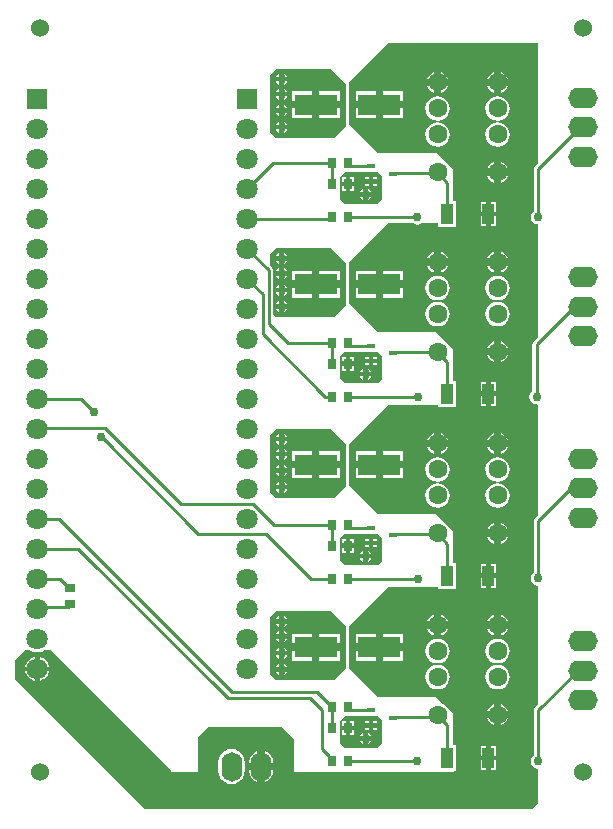
<source format=gtl>
G04*
G04 #@! TF.GenerationSoftware,Altium Limited,Altium Designer,20.2.6 (244)*
G04*
G04 Layer_Physical_Order=1*
G04 Layer_Color=255*
%FSLAX25Y25*%
%MOIN*%
G70*
G04*
G04 #@! TF.SameCoordinates,9E550E5B-D3D8-464A-AF3F-8E1B55BAFF32*
G04*
G04*
G04 #@! TF.FilePolarity,Positive*
G04*
G01*
G75*
%ADD13C,0.01000*%
%ADD16R,0.03150X0.01772*%
%ADD17R,0.02756X0.03543*%
%ADD18R,0.03937X0.06890*%
%ADD19R,0.13976X0.07087*%
%ADD20R,0.03543X0.02756*%
%ADD33C,0.00900*%
%ADD34C,0.06000*%
%ADD35C,0.07087*%
%ADD36R,0.07087X0.07087*%
%ADD37C,0.06299*%
%ADD38O,0.09843X0.06890*%
%ADD39O,0.06890X0.09843*%
%ADD40C,0.03000*%
G36*
X110941Y248342D02*
X115941Y243342D01*
X115941Y229343D01*
X111941Y225342D01*
X92441D01*
X90441Y227343D01*
Y246342D01*
X92441Y248342D01*
X110941Y248342D01*
D02*
G37*
G36*
X127941Y212343D02*
Y204842D01*
X126441Y203343D01*
X115441D01*
X113941Y204842D01*
Y212343D01*
X115441Y213843D01*
X126441D01*
X127941Y212343D01*
D02*
G37*
G36*
X179941Y256842D02*
X179941Y217019D01*
X178932Y216009D01*
X178622Y215546D01*
X178514Y215000D01*
X178514Y215000D01*
Y200933D01*
X178211Y200730D01*
X177680Y199936D01*
X177494Y199000D01*
X177680Y198064D01*
X178211Y197270D01*
X178614Y197000D01*
X179005Y196739D01*
X179941Y196553D01*
X179941D01*
Y195343D01*
X179941Y195343D01*
X179941Y159019D01*
X178432Y157509D01*
X178122Y157046D01*
X178014Y156500D01*
X178014Y156500D01*
Y140933D01*
X177711Y140730D01*
X177180Y139936D01*
X176994Y139000D01*
X177180Y138064D01*
X177711Y137270D01*
X178505Y136739D01*
X179441Y136553D01*
X179554Y136575D01*
X179838Y136343D01*
X179941D01*
Y136258D01*
X179941Y136258D01*
Y135500D01*
X179941Y135500D01*
X179941Y99519D01*
X178932Y98509D01*
X178622Y98046D01*
X178514Y97500D01*
X178514Y97500D01*
Y80433D01*
X178211Y80230D01*
X177680Y79436D01*
X177494Y78500D01*
X177680Y77564D01*
X178211Y76770D01*
X179005Y76239D01*
X179941Y76053D01*
Y74843D01*
X179941Y74843D01*
X179941Y36519D01*
X178932Y35509D01*
X178622Y35046D01*
X178514Y34500D01*
X178514Y34500D01*
Y19433D01*
X178211Y19230D01*
X177680Y18436D01*
X177494Y17500D01*
X177680Y16564D01*
X178211Y15770D01*
X179005Y15239D01*
X179941Y15053D01*
Y14000D01*
Y3500D01*
X177941Y1500D01*
X48941D01*
X48441Y2000D01*
X5441Y45000D01*
Y51000D01*
X8941Y54500D01*
X10643D01*
X10755Y54414D01*
X11836Y53966D01*
X12996Y53814D01*
X14156Y53966D01*
X15237Y54414D01*
X15349Y54500D01*
X17441D01*
X57941Y14000D01*
X66441D01*
Y25500D01*
X69941Y29000D01*
X94441D01*
X98441Y25000D01*
Y14000D01*
X151929D01*
X151993Y14155D01*
X152420D01*
Y22845D01*
X151441D01*
Y33500D01*
X150034Y34906D01*
X149978Y35042D01*
X149329Y35888D01*
X148483Y36537D01*
X148347Y36594D01*
X145941Y39000D01*
X126441D01*
X116941Y48500D01*
Y62500D01*
X129941Y75500D01*
X146683D01*
Y74998D01*
X152420D01*
Y83687D01*
X151441D01*
Y94342D01*
X145941Y99843D01*
X126441D01*
X116941Y109343D01*
Y123343D01*
X129941Y136343D01*
X146683D01*
Y135655D01*
X152420D01*
Y144345D01*
X151441D01*
Y155000D01*
X145941Y160500D01*
X126441D01*
X116941Y170000D01*
Y184000D01*
X129941Y197000D01*
X138164D01*
X138790Y196582D01*
X139726Y196396D01*
X140662Y196582D01*
X141288Y197000D01*
X146683D01*
Y195498D01*
X152420D01*
Y204187D01*
X151441D01*
Y214843D01*
X145941Y220342D01*
X126441D01*
X116941Y229842D01*
Y243843D01*
X129941Y256842D01*
X179941Y256842D01*
D02*
G37*
G36*
X110941Y188500D02*
X115941Y183500D01*
X115941Y169500D01*
X111941Y165500D01*
X92441D01*
X91515Y166426D01*
Y181204D01*
X91515Y181204D01*
X91406Y181750D01*
X91097Y182213D01*
X91097Y182213D01*
X90441Y182869D01*
Y186500D01*
X92441Y188500D01*
X110941Y188500D01*
D02*
G37*
G36*
X127941Y152500D02*
Y145000D01*
X126441Y143500D01*
X115441D01*
X113941Y145000D01*
Y152500D01*
X115441Y154000D01*
X126441D01*
X127941Y152500D01*
D02*
G37*
G36*
X110941Y128342D02*
X115941Y123343D01*
X115941Y109343D01*
X111941Y105342D01*
X92441D01*
X90441Y107343D01*
Y126342D01*
X92441Y128342D01*
X110941Y128342D01*
D02*
G37*
G36*
X127941Y91843D02*
Y84342D01*
X126441Y82842D01*
X115441D01*
X113941Y84342D01*
Y91843D01*
X115441Y93343D01*
X126441D01*
X127941Y91843D01*
D02*
G37*
G36*
X110941Y67500D02*
X115941Y62500D01*
X115941Y48500D01*
X111941Y44500D01*
X92441D01*
X90441Y46500D01*
Y65500D01*
X92441Y67500D01*
X110941Y67500D01*
D02*
G37*
G36*
X127941Y31000D02*
Y23500D01*
X126441Y22000D01*
X115441D01*
X113941Y23500D01*
Y31000D01*
X115441Y32500D01*
X126441D01*
X127941Y31000D01*
D02*
G37*
%LPC*%
G36*
X95191Y246732D02*
Y245592D01*
X96331D01*
X96325Y245623D01*
X95883Y246284D01*
X95221Y246726D01*
X95191Y246732D01*
D02*
G37*
G36*
X93691D02*
X93661Y246726D01*
X92999Y246284D01*
X92557Y245623D01*
X92551Y245592D01*
X93691D01*
Y246732D01*
D02*
G37*
G36*
X96331Y244092D02*
X95191D01*
Y242952D01*
X95221Y242959D01*
X95883Y243401D01*
X96325Y244062D01*
X96331Y244092D01*
D02*
G37*
G36*
X93691D02*
X92551D01*
X92557Y244062D01*
X92999Y243401D01*
X93661Y242959D01*
X93691Y242952D01*
Y244092D01*
D02*
G37*
G36*
X95191Y241733D02*
Y240593D01*
X96331D01*
X96325Y240623D01*
X95883Y241284D01*
X95221Y241726D01*
X95191Y241733D01*
D02*
G37*
G36*
X93691D02*
X93661Y241726D01*
X92999Y241284D01*
X92557Y240623D01*
X92551Y240593D01*
X93691D01*
Y241733D01*
D02*
G37*
G36*
X96331Y239092D02*
X95191D01*
Y237952D01*
X95221Y237959D01*
X95883Y238401D01*
X96325Y239062D01*
X96331Y239092D01*
D02*
G37*
G36*
X93691D02*
X92551D01*
X92557Y239062D01*
X92999Y238401D01*
X93661Y237959D01*
X93691Y237952D01*
Y239092D01*
D02*
G37*
G36*
X113799Y240886D02*
X107061D01*
Y237593D01*
X113799D01*
Y240886D01*
D02*
G37*
G36*
X104561D02*
X97823D01*
Y237593D01*
X104561D01*
Y240886D01*
D02*
G37*
G36*
X95191Y236232D02*
Y235092D01*
X96331D01*
X96325Y235123D01*
X95883Y235784D01*
X95221Y236227D01*
X95191Y236232D01*
D02*
G37*
G36*
X93691D02*
X93661Y236227D01*
X92999Y235784D01*
X92557Y235123D01*
X92551Y235092D01*
X93691D01*
Y236232D01*
D02*
G37*
G36*
X96331Y233593D02*
X95191D01*
Y232453D01*
X95221Y232459D01*
X95883Y232901D01*
X96325Y233562D01*
X96331Y233593D01*
D02*
G37*
G36*
X93691D02*
X92551D01*
X92557Y233562D01*
X92999Y232901D01*
X93661Y232459D01*
X93691Y232453D01*
Y233593D01*
D02*
G37*
G36*
X113799Y235092D02*
X107061D01*
Y231799D01*
X113799D01*
Y235092D01*
D02*
G37*
G36*
X104561D02*
X97823D01*
Y231799D01*
X104561D01*
Y235092D01*
D02*
G37*
G36*
X95191Y230732D02*
Y229592D01*
X96331D01*
X96325Y229623D01*
X95883Y230284D01*
X95221Y230727D01*
X95191Y230732D01*
D02*
G37*
G36*
X93691D02*
X93661Y230727D01*
X92999Y230284D01*
X92557Y229623D01*
X92551Y229592D01*
X93691D01*
Y230732D01*
D02*
G37*
G36*
X96331Y228093D02*
X95191D01*
Y226953D01*
X95221Y226959D01*
X95883Y227401D01*
X96325Y228062D01*
X96331Y228093D01*
D02*
G37*
G36*
X93691D02*
X92551D01*
X92557Y228062D01*
X92999Y227401D01*
X93661Y226959D01*
X93691Y226953D01*
Y228093D01*
D02*
G37*
G36*
X126276Y212169D02*
X124951D01*
Y211533D01*
X126276D01*
Y212169D01*
D02*
G37*
G36*
X123451D02*
X122126D01*
Y211533D01*
X123451D01*
Y212169D01*
D02*
G37*
G36*
X118476Y212114D02*
X117348D01*
Y210593D01*
X118476D01*
Y212114D01*
D02*
G37*
G36*
X115848D02*
X114720D01*
Y210593D01*
X115848D01*
Y212114D01*
D02*
G37*
G36*
X126276Y210033D02*
X124951D01*
Y209398D01*
X126276D01*
Y210033D01*
D02*
G37*
G36*
X123451D02*
X122126D01*
Y209398D01*
X123451D01*
Y210033D01*
D02*
G37*
G36*
X118476Y209092D02*
X117348D01*
Y207571D01*
X118476D01*
Y209092D01*
D02*
G37*
G36*
X115848D02*
X114720D01*
Y207571D01*
X115848D01*
Y209092D01*
D02*
G37*
G36*
X123191Y208232D02*
Y207092D01*
X124331D01*
X124325Y207123D01*
X123883Y207784D01*
X123221Y208226D01*
X123191Y208232D01*
D02*
G37*
G36*
X121691D02*
X121661Y208226D01*
X120999Y207784D01*
X120557Y207123D01*
X120551Y207092D01*
X121691D01*
Y208232D01*
D02*
G37*
G36*
X124331Y205592D02*
X123191D01*
Y204452D01*
X123221Y204459D01*
X123883Y204901D01*
X124325Y205562D01*
X124331Y205592D01*
D02*
G37*
G36*
X121691D02*
X120551D01*
X120557Y205562D01*
X120999Y204901D01*
X121661Y204459D01*
X121691Y204452D01*
Y205592D01*
D02*
G37*
G36*
X167691Y247196D02*
Y245014D01*
X169873D01*
X169629Y245604D01*
X169044Y246367D01*
X168281Y246952D01*
X167691Y247196D01*
D02*
G37*
G36*
X147691D02*
Y245014D01*
X149873D01*
X149629Y245604D01*
X149044Y246367D01*
X148282Y246952D01*
X147691Y247196D01*
D02*
G37*
G36*
X165191Y247196D02*
X164600Y246952D01*
X163838Y246367D01*
X163253Y245604D01*
X163008Y245014D01*
X165191D01*
Y247196D01*
D02*
G37*
G36*
X145191D02*
X144600Y246952D01*
X143838Y246367D01*
X143253Y245604D01*
X143008Y245014D01*
X145191D01*
Y247196D01*
D02*
G37*
G36*
X165191Y242514D02*
X163008D01*
X163253Y241923D01*
X163838Y241161D01*
X164600Y240576D01*
X165191Y240331D01*
Y242514D01*
D02*
G37*
G36*
X145191D02*
X143008D01*
X143253Y241923D01*
X143838Y241161D01*
X144600Y240576D01*
X145191Y240331D01*
Y242514D01*
D02*
G37*
G36*
X169873D02*
X167691D01*
Y240331D01*
X168281Y240576D01*
X169044Y241161D01*
X169629Y241923D01*
X169873Y242514D01*
D02*
G37*
G36*
X149873D02*
X147691D01*
Y240331D01*
X148282Y240576D01*
X149044Y241161D01*
X149629Y241923D01*
X149873Y242514D01*
D02*
G37*
G36*
X135059Y240886D02*
X128321D01*
Y237593D01*
X135059D01*
Y240886D01*
D02*
G37*
G36*
X125821D02*
X119083D01*
Y237593D01*
X125821D01*
Y240886D01*
D02*
G37*
G36*
X135059Y235092D02*
X128321D01*
Y231799D01*
X135059D01*
Y235092D01*
D02*
G37*
G36*
X125821D02*
X119083D01*
Y231799D01*
X125821D01*
Y235092D01*
D02*
G37*
G36*
X166441Y239187D02*
X165384Y239048D01*
X164399Y238640D01*
X163553Y237991D01*
X162904Y237145D01*
X162496Y236159D01*
X162356Y235102D01*
X162496Y234045D01*
X162904Y233060D01*
X163553Y232214D01*
X164399Y231565D01*
X165384Y231157D01*
X166441Y231018D01*
X167498Y231157D01*
X168483Y231565D01*
X169329Y232214D01*
X169978Y233060D01*
X170386Y234045D01*
X170526Y235102D01*
X170386Y236159D01*
X169978Y237145D01*
X169329Y237991D01*
X168483Y238640D01*
X167498Y239048D01*
X166441Y239187D01*
D02*
G37*
G36*
X146441D02*
X145384Y239048D01*
X144399Y238640D01*
X143553Y237991D01*
X142904Y237145D01*
X142496Y236159D01*
X142356Y235102D01*
X142496Y234045D01*
X142904Y233060D01*
X143553Y232214D01*
X144399Y231565D01*
X145384Y231157D01*
X146441Y231018D01*
X147498Y231157D01*
X148483Y231565D01*
X149329Y232214D01*
X149978Y233060D01*
X150386Y234045D01*
X150525Y235102D01*
X150386Y236159D01*
X149978Y237145D01*
X149329Y237991D01*
X148483Y238640D01*
X147498Y239048D01*
X146441Y239187D01*
D02*
G37*
G36*
X166441Y230525D02*
X165384Y230386D01*
X164399Y229978D01*
X163553Y229329D01*
X162904Y228483D01*
X162496Y227498D01*
X162356Y226441D01*
X162496Y225384D01*
X162904Y224399D01*
X163553Y223553D01*
X164399Y222904D01*
X165384Y222496D01*
X166441Y222356D01*
X167498Y222496D01*
X168483Y222904D01*
X169329Y223553D01*
X169978Y224399D01*
X170386Y225384D01*
X170526Y226441D01*
X170386Y227498D01*
X169978Y228483D01*
X169329Y229329D01*
X168483Y229978D01*
X167498Y230386D01*
X166441Y230525D01*
D02*
G37*
G36*
X146441D02*
X145384Y230386D01*
X144399Y229978D01*
X143553Y229329D01*
X142904Y228483D01*
X142496Y227498D01*
X142356Y226441D01*
X142496Y225384D01*
X142904Y224399D01*
X143553Y223553D01*
X144399Y222904D01*
X145384Y222496D01*
X146441Y222356D01*
X147498Y222496D01*
X148483Y222904D01*
X149329Y223553D01*
X149978Y224399D01*
X150386Y225384D01*
X150525Y226441D01*
X150386Y227498D01*
X149978Y228483D01*
X149329Y229329D01*
X148483Y229978D01*
X147498Y230386D01*
X146441Y230525D01*
D02*
G37*
G36*
X167691Y217275D02*
Y215092D01*
X169873D01*
X169629Y215683D01*
X169044Y216445D01*
X168281Y217030D01*
X167691Y217275D01*
D02*
G37*
G36*
X165191D02*
X164600Y217030D01*
X163838Y216445D01*
X163253Y215683D01*
X163008Y215092D01*
X165191D01*
Y217275D01*
D02*
G37*
G36*
X169873Y212593D02*
X167691D01*
Y210410D01*
X168281Y210655D01*
X169044Y211240D01*
X169629Y212002D01*
X169873Y212593D01*
D02*
G37*
G36*
X165191D02*
X163008D01*
X163253Y212002D01*
X163838Y211240D01*
X164600Y210655D01*
X165191Y210410D01*
Y212593D01*
D02*
G37*
G36*
X165799Y203787D02*
X164081D01*
Y200592D01*
X165799D01*
Y203787D01*
D02*
G37*
G36*
X162581D02*
X160862D01*
Y200592D01*
X162581D01*
Y203787D01*
D02*
G37*
G36*
X165799Y199092D02*
X164081D01*
Y195898D01*
X165799D01*
Y199092D01*
D02*
G37*
G36*
X162581D02*
X160862D01*
Y195898D01*
X162581D01*
Y199092D01*
D02*
G37*
G36*
X167691Y187354D02*
Y185171D01*
X169873D01*
X169629Y185762D01*
X169044Y186524D01*
X168281Y187109D01*
X167691Y187354D01*
D02*
G37*
G36*
X147691D02*
Y185171D01*
X149873D01*
X149629Y185762D01*
X149044Y186524D01*
X148282Y187109D01*
X147691Y187354D01*
D02*
G37*
G36*
X165191Y187354D02*
X164600Y187109D01*
X163838Y186524D01*
X163253Y185762D01*
X163008Y185171D01*
X165191D01*
Y187354D01*
D02*
G37*
G36*
X145191D02*
X144600Y187109D01*
X143838Y186524D01*
X143253Y185762D01*
X143008Y185171D01*
X145191D01*
Y187354D01*
D02*
G37*
G36*
X165191Y182671D02*
X163008D01*
X163253Y182081D01*
X163838Y181318D01*
X164600Y180733D01*
X165191Y180489D01*
Y182671D01*
D02*
G37*
G36*
X145191D02*
X143008D01*
X143253Y182081D01*
X143838Y181318D01*
X144600Y180733D01*
X145191Y180489D01*
Y182671D01*
D02*
G37*
G36*
X169873D02*
X167691D01*
Y180489D01*
X168281Y180733D01*
X169044Y181318D01*
X169629Y182081D01*
X169873Y182671D01*
D02*
G37*
G36*
X149873D02*
X147691D01*
Y180489D01*
X148282Y180733D01*
X149044Y181318D01*
X149629Y182081D01*
X149873Y182671D01*
D02*
G37*
G36*
X135059Y181043D02*
X128321D01*
Y177750D01*
X135059D01*
Y181043D01*
D02*
G37*
G36*
X125821D02*
X119083D01*
Y177750D01*
X125821D01*
Y181043D01*
D02*
G37*
G36*
X135059Y175250D02*
X128321D01*
Y171957D01*
X135059D01*
Y175250D01*
D02*
G37*
G36*
X125821D02*
X119083D01*
Y171957D01*
X125821D01*
Y175250D01*
D02*
G37*
G36*
X166441Y179344D02*
X165384Y179205D01*
X164399Y178797D01*
X163553Y178148D01*
X162904Y177302D01*
X162496Y176317D01*
X162356Y175260D01*
X162496Y174203D01*
X162904Y173218D01*
X163553Y172372D01*
X164399Y171722D01*
X165384Y171315D01*
X166441Y171175D01*
X167498Y171315D01*
X168483Y171722D01*
X169329Y172372D01*
X169978Y173218D01*
X170386Y174203D01*
X170526Y175260D01*
X170386Y176317D01*
X169978Y177302D01*
X169329Y178148D01*
X168483Y178797D01*
X167498Y179205D01*
X166441Y179344D01*
D02*
G37*
G36*
X146441D02*
X145384Y179205D01*
X144399Y178797D01*
X143553Y178148D01*
X142904Y177302D01*
X142496Y176317D01*
X142356Y175260D01*
X142496Y174203D01*
X142904Y173218D01*
X143553Y172372D01*
X144399Y171722D01*
X145384Y171315D01*
X146441Y171175D01*
X147498Y171315D01*
X148483Y171722D01*
X149329Y172372D01*
X149978Y173218D01*
X150386Y174203D01*
X150525Y175260D01*
X150386Y176317D01*
X149978Y177302D01*
X149329Y178148D01*
X148483Y178797D01*
X147498Y179205D01*
X146441Y179344D01*
D02*
G37*
G36*
X166441Y170683D02*
X165384Y170544D01*
X164399Y170136D01*
X163553Y169487D01*
X162904Y168641D01*
X162496Y167656D01*
X162356Y166598D01*
X162496Y165541D01*
X162904Y164556D01*
X163553Y163710D01*
X164399Y163061D01*
X165384Y162653D01*
X166441Y162514D01*
X167498Y162653D01*
X168483Y163061D01*
X169329Y163710D01*
X169978Y164556D01*
X170386Y165541D01*
X170526Y166598D01*
X170386Y167656D01*
X169978Y168641D01*
X169329Y169487D01*
X168483Y170136D01*
X167498Y170544D01*
X166441Y170683D01*
D02*
G37*
G36*
X146441D02*
X145384Y170544D01*
X144399Y170136D01*
X143553Y169487D01*
X142904Y168641D01*
X142496Y167656D01*
X142356Y166598D01*
X142496Y165541D01*
X142904Y164556D01*
X143553Y163710D01*
X144399Y163061D01*
X145384Y162653D01*
X146441Y162514D01*
X147498Y162653D01*
X148483Y163061D01*
X149329Y163710D01*
X149978Y164556D01*
X150386Y165541D01*
X150525Y166598D01*
X150386Y167656D01*
X149978Y168641D01*
X149329Y169487D01*
X148483Y170136D01*
X147498Y170544D01*
X146441Y170683D01*
D02*
G37*
G36*
X167691Y157432D02*
Y155250D01*
X169873D01*
X169629Y155841D01*
X169044Y156603D01*
X168281Y157188D01*
X167691Y157432D01*
D02*
G37*
G36*
X165191D02*
X164600Y157188D01*
X163838Y156603D01*
X163253Y155841D01*
X163008Y155250D01*
X165191D01*
Y157432D01*
D02*
G37*
G36*
X169873Y152750D02*
X167691D01*
Y150567D01*
X168281Y150812D01*
X169044Y151397D01*
X169629Y152159D01*
X169873Y152750D01*
D02*
G37*
G36*
X165191D02*
X163008D01*
X163253Y152159D01*
X163838Y151397D01*
X164600Y150812D01*
X165191Y150567D01*
Y152750D01*
D02*
G37*
G36*
X165799Y143945D02*
X164081D01*
Y140750D01*
X165799D01*
Y143945D01*
D02*
G37*
G36*
X162581D02*
X160862D01*
Y140750D01*
X162581D01*
Y143945D01*
D02*
G37*
G36*
X165799Y139250D02*
X164081D01*
Y136055D01*
X165799D01*
Y139250D01*
D02*
G37*
G36*
X162581D02*
X160862D01*
Y136055D01*
X162581D01*
Y139250D01*
D02*
G37*
G36*
X167691Y126854D02*
Y124671D01*
X169873D01*
X169629Y125262D01*
X169044Y126024D01*
X168281Y126609D01*
X167691Y126854D01*
D02*
G37*
G36*
X147691D02*
Y124671D01*
X149873D01*
X149629Y125262D01*
X149044Y126024D01*
X148282Y126609D01*
X147691Y126854D01*
D02*
G37*
G36*
X165191Y126854D02*
X164600Y126609D01*
X163838Y126024D01*
X163253Y125262D01*
X163008Y124671D01*
X165191D01*
Y126854D01*
D02*
G37*
G36*
X145191D02*
X144600Y126609D01*
X143838Y126024D01*
X143253Y125262D01*
X143008Y124671D01*
X145191D01*
Y126854D01*
D02*
G37*
G36*
X165191Y122171D02*
X163008D01*
X163253Y121581D01*
X163838Y120818D01*
X164600Y120233D01*
X165191Y119989D01*
Y122171D01*
D02*
G37*
G36*
X145191D02*
X143008D01*
X143253Y121581D01*
X143838Y120818D01*
X144600Y120233D01*
X145191Y119989D01*
Y122171D01*
D02*
G37*
G36*
X169873D02*
X167691D01*
Y119989D01*
X168281Y120233D01*
X169044Y120818D01*
X169629Y121581D01*
X169873Y122171D01*
D02*
G37*
G36*
X149873D02*
X147691D01*
Y119989D01*
X148282Y120233D01*
X149044Y120818D01*
X149629Y121581D01*
X149873Y122171D01*
D02*
G37*
G36*
X135059Y120886D02*
X128321D01*
Y117593D01*
X135059D01*
Y120886D01*
D02*
G37*
G36*
X125821D02*
X119083D01*
Y117593D01*
X125821D01*
Y120886D01*
D02*
G37*
G36*
X135059Y115093D02*
X128321D01*
Y111799D01*
X135059D01*
Y115093D01*
D02*
G37*
G36*
X125821D02*
X119083D01*
Y111799D01*
X125821D01*
Y115093D01*
D02*
G37*
G36*
X166441Y118844D02*
X165384Y118705D01*
X164399Y118297D01*
X163553Y117648D01*
X162904Y116802D01*
X162496Y115817D01*
X162356Y114760D01*
X162496Y113703D01*
X162904Y112718D01*
X163553Y111872D01*
X164399Y111223D01*
X165384Y110814D01*
X166441Y110675D01*
X167498Y110814D01*
X168483Y111223D01*
X169329Y111872D01*
X169978Y112718D01*
X170386Y113703D01*
X170526Y114760D01*
X170386Y115817D01*
X169978Y116802D01*
X169329Y117648D01*
X168483Y118297D01*
X167498Y118705D01*
X166441Y118844D01*
D02*
G37*
G36*
X146441D02*
X145384Y118705D01*
X144399Y118297D01*
X143553Y117648D01*
X142904Y116802D01*
X142496Y115817D01*
X142356Y114760D01*
X142496Y113703D01*
X142904Y112718D01*
X143553Y111872D01*
X144399Y111223D01*
X145384Y110814D01*
X146441Y110675D01*
X147498Y110814D01*
X148483Y111223D01*
X149329Y111872D01*
X149978Y112718D01*
X150386Y113703D01*
X150525Y114760D01*
X150386Y115817D01*
X149978Y116802D01*
X149329Y117648D01*
X148483Y118297D01*
X147498Y118705D01*
X146441Y118844D01*
D02*
G37*
G36*
X166441Y110183D02*
X165384Y110044D01*
X164399Y109636D01*
X163553Y108987D01*
X162904Y108141D01*
X162496Y107156D01*
X162356Y106098D01*
X162496Y105041D01*
X162904Y104056D01*
X163553Y103210D01*
X164399Y102561D01*
X165384Y102153D01*
X166441Y102014D01*
X167498Y102153D01*
X168483Y102561D01*
X169329Y103210D01*
X169978Y104056D01*
X170386Y105041D01*
X170526Y106098D01*
X170386Y107156D01*
X169978Y108141D01*
X169329Y108987D01*
X168483Y109636D01*
X167498Y110044D01*
X166441Y110183D01*
D02*
G37*
G36*
X146441D02*
X145384Y110044D01*
X144399Y109636D01*
X143553Y108987D01*
X142904Y108141D01*
X142496Y107156D01*
X142356Y106098D01*
X142496Y105041D01*
X142904Y104056D01*
X143553Y103210D01*
X144399Y102561D01*
X145384Y102153D01*
X146441Y102014D01*
X147498Y102153D01*
X148483Y102561D01*
X149329Y103210D01*
X149978Y104056D01*
X150386Y105041D01*
X150525Y106098D01*
X150386Y107156D01*
X149978Y108141D01*
X149329Y108987D01*
X148483Y109636D01*
X147498Y110044D01*
X146441Y110183D01*
D02*
G37*
G36*
X167691Y96933D02*
Y94750D01*
X169873D01*
X169629Y95341D01*
X169044Y96103D01*
X168281Y96688D01*
X167691Y96933D01*
D02*
G37*
G36*
X165191D02*
X164600Y96688D01*
X163838Y96103D01*
X163253Y95341D01*
X163008Y94750D01*
X165191D01*
Y96933D01*
D02*
G37*
G36*
X169873Y92250D02*
X167691D01*
Y90067D01*
X168281Y90312D01*
X169044Y90897D01*
X169629Y91659D01*
X169873Y92250D01*
D02*
G37*
G36*
X165191D02*
X163008D01*
X163253Y91659D01*
X163838Y90897D01*
X164600Y90312D01*
X165191Y90067D01*
Y92250D01*
D02*
G37*
G36*
X165799Y83287D02*
X164081D01*
Y80093D01*
X165799D01*
Y83287D01*
D02*
G37*
G36*
X162581D02*
X160862D01*
Y80093D01*
X162581D01*
Y83287D01*
D02*
G37*
G36*
X165799Y78592D02*
X164081D01*
Y75398D01*
X165799D01*
Y78592D01*
D02*
G37*
G36*
X162581D02*
X160862D01*
Y75398D01*
X162581D01*
Y78592D01*
D02*
G37*
G36*
X167691Y66354D02*
Y64171D01*
X169873D01*
X169629Y64762D01*
X169044Y65524D01*
X168281Y66109D01*
X167691Y66354D01*
D02*
G37*
G36*
X147691D02*
Y64171D01*
X149873D01*
X149629Y64762D01*
X149044Y65524D01*
X148282Y66109D01*
X147691Y66354D01*
D02*
G37*
G36*
X165191Y66354D02*
X164600Y66109D01*
X163838Y65524D01*
X163253Y64762D01*
X163008Y64171D01*
X165191D01*
Y66354D01*
D02*
G37*
G36*
X145191D02*
X144600Y66109D01*
X143838Y65524D01*
X143253Y64762D01*
X143008Y64171D01*
X145191D01*
Y66354D01*
D02*
G37*
G36*
Y61671D02*
X143008D01*
X143253Y61081D01*
X143838Y60318D01*
X144600Y59733D01*
X145191Y59489D01*
Y61671D01*
D02*
G37*
G36*
X165191D02*
X163008D01*
X163253Y61081D01*
X163838Y60318D01*
X164600Y59733D01*
X165191Y59489D01*
Y61671D01*
D02*
G37*
G36*
X169873D02*
X167691D01*
Y59489D01*
X168281Y59733D01*
X169044Y60318D01*
X169629Y61081D01*
X169873Y61671D01*
D02*
G37*
G36*
X149873D02*
X147691D01*
Y59489D01*
X148282Y59733D01*
X149044Y60318D01*
X149629Y61081D01*
X149873Y61671D01*
D02*
G37*
G36*
X135059Y60043D02*
X128321D01*
Y56750D01*
X135059D01*
Y60043D01*
D02*
G37*
G36*
X125821D02*
X119083D01*
Y56750D01*
X125821D01*
Y60043D01*
D02*
G37*
G36*
X135059Y54250D02*
X128321D01*
Y50957D01*
X135059D01*
Y54250D01*
D02*
G37*
G36*
X125821D02*
X119083D01*
Y50957D01*
X125821D01*
Y54250D01*
D02*
G37*
G36*
X166441Y58344D02*
X165384Y58205D01*
X164399Y57797D01*
X163553Y57148D01*
X162904Y56302D01*
X162496Y55317D01*
X162356Y54260D01*
X162496Y53203D01*
X162904Y52218D01*
X163553Y51372D01*
X164399Y50722D01*
X165384Y50314D01*
X166441Y50175D01*
X167498Y50314D01*
X168483Y50722D01*
X169329Y51372D01*
X169978Y52218D01*
X170386Y53203D01*
X170526Y54260D01*
X170386Y55317D01*
X169978Y56302D01*
X169329Y57148D01*
X168483Y57797D01*
X167498Y58205D01*
X166441Y58344D01*
D02*
G37*
G36*
X146441D02*
X145384Y58205D01*
X144399Y57797D01*
X143553Y57148D01*
X142904Y56302D01*
X142496Y55317D01*
X142356Y54260D01*
X142496Y53203D01*
X142904Y52218D01*
X143553Y51372D01*
X144399Y50722D01*
X145384Y50314D01*
X146441Y50175D01*
X147498Y50314D01*
X148483Y50722D01*
X149329Y51372D01*
X149978Y52218D01*
X150386Y53203D01*
X150525Y54260D01*
X150386Y55317D01*
X149978Y56302D01*
X149329Y57148D01*
X148483Y57797D01*
X147498Y58205D01*
X146441Y58344D01*
D02*
G37*
G36*
X13746Y52275D02*
Y49045D01*
X16975D01*
X16935Y49351D01*
X16528Y50334D01*
X15880Y51179D01*
X15035Y51827D01*
X14052Y52235D01*
X13746Y52275D01*
D02*
G37*
G36*
X12246D02*
X11941Y52235D01*
X10957Y51827D01*
X10112Y51179D01*
X9464Y50334D01*
X9057Y49351D01*
X9017Y49045D01*
X12246D01*
Y52275D01*
D02*
G37*
G36*
X16975Y47545D02*
X13746D01*
Y44316D01*
X14052Y44356D01*
X15035Y44763D01*
X15880Y45412D01*
X16528Y46256D01*
X16935Y47240D01*
X16975Y47545D01*
D02*
G37*
G36*
X12246D02*
X9017D01*
X9057Y47240D01*
X9464Y46256D01*
X10112Y45412D01*
X10957Y44763D01*
X11941Y44356D01*
X12246Y44316D01*
Y47545D01*
D02*
G37*
G36*
X166441Y49683D02*
X165384Y49544D01*
X164399Y49136D01*
X163553Y48487D01*
X162904Y47641D01*
X162496Y46656D01*
X162356Y45598D01*
X162496Y44541D01*
X162904Y43556D01*
X163553Y42710D01*
X164399Y42061D01*
X165384Y41653D01*
X166441Y41514D01*
X167498Y41653D01*
X168483Y42061D01*
X169329Y42710D01*
X169978Y43556D01*
X170386Y44541D01*
X170526Y45598D01*
X170386Y46656D01*
X169978Y47641D01*
X169329Y48487D01*
X168483Y49136D01*
X167498Y49544D01*
X166441Y49683D01*
D02*
G37*
G36*
X146441D02*
X145384Y49544D01*
X144399Y49136D01*
X143553Y48487D01*
X142904Y47641D01*
X142496Y46656D01*
X142356Y45598D01*
X142496Y44541D01*
X142904Y43556D01*
X143553Y42710D01*
X144399Y42061D01*
X145384Y41653D01*
X146441Y41514D01*
X147498Y41653D01*
X148483Y42061D01*
X149329Y42710D01*
X149978Y43556D01*
X150386Y44541D01*
X150525Y45598D01*
X150386Y46656D01*
X149978Y47641D01*
X149329Y48487D01*
X148483Y49136D01*
X147498Y49544D01*
X146441Y49683D01*
D02*
G37*
G36*
X167691Y36432D02*
Y34250D01*
X169873D01*
X169629Y34841D01*
X169044Y35603D01*
X168281Y36188D01*
X167691Y36432D01*
D02*
G37*
G36*
X165191Y36432D02*
X164600Y36188D01*
X163838Y35603D01*
X163253Y34841D01*
X163008Y34250D01*
X165191D01*
Y36432D01*
D02*
G37*
G36*
Y31750D02*
X163008D01*
X163253Y31159D01*
X163838Y30397D01*
X164600Y29812D01*
X165191Y29568D01*
Y31750D01*
D02*
G37*
G36*
X169873D02*
X167691D01*
Y29568D01*
X168281Y29812D01*
X169044Y30397D01*
X169629Y31159D01*
X169873Y31750D01*
D02*
G37*
G36*
X165799Y22445D02*
X164081D01*
Y19250D01*
X165799D01*
Y22445D01*
D02*
G37*
G36*
X162581D02*
X160862D01*
Y19250D01*
X162581D01*
Y22445D01*
D02*
G37*
G36*
X88848Y20977D02*
Y16998D01*
X91577D01*
Y17224D01*
X91442Y18254D01*
X91044Y19214D01*
X90412Y20038D01*
X89588Y20670D01*
X88848Y20977D01*
D02*
G37*
G36*
X86348Y20977D02*
X85609Y20670D01*
X84785Y20038D01*
X84153Y19214D01*
X83755Y18254D01*
X83619Y17224D01*
Y16998D01*
X86348D01*
Y20977D01*
D02*
G37*
G36*
X165799Y17750D02*
X164081D01*
Y14555D01*
X165799D01*
Y17750D01*
D02*
G37*
G36*
X162581D02*
X160862D01*
Y14555D01*
X162581D01*
Y17750D01*
D02*
G37*
G36*
X86348Y14498D02*
X83619D01*
Y14272D01*
X83755Y13242D01*
X84153Y12282D01*
X84785Y11458D01*
X85609Y10826D01*
X86348Y10520D01*
Y14498D01*
D02*
G37*
G36*
X91577D02*
X88848D01*
Y10520D01*
X89588Y10826D01*
X90412Y11458D01*
X91044Y12282D01*
X91442Y13242D01*
X91577Y14272D01*
Y14498D01*
D02*
G37*
G36*
X77756Y21607D02*
X76622Y21457D01*
X75565Y21020D01*
X74657Y20323D01*
X73961Y19416D01*
X73523Y18359D01*
X73374Y17224D01*
Y14272D01*
X73523Y13137D01*
X73961Y12081D01*
X74657Y11173D01*
X75565Y10476D01*
X76622Y10039D01*
X77756Y9889D01*
X78890Y10039D01*
X79947Y10476D01*
X80855Y11173D01*
X81551Y12081D01*
X81989Y13137D01*
X82138Y14272D01*
Y17224D01*
X81989Y18359D01*
X81551Y19416D01*
X80855Y20323D01*
X79947Y21020D01*
X78890Y21457D01*
X77756Y21607D01*
D02*
G37*
G36*
X95191Y186890D02*
Y185750D01*
X96331D01*
X96325Y185780D01*
X95883Y186442D01*
X95221Y186884D01*
X95191Y186890D01*
D02*
G37*
G36*
X93691D02*
X93661Y186884D01*
X92999Y186442D01*
X92557Y185780D01*
X92551Y185750D01*
X93691D01*
Y186890D01*
D02*
G37*
G36*
X96331Y184250D02*
X95191D01*
Y183110D01*
X95221Y183116D01*
X95883Y183558D01*
X96325Y184220D01*
X96331Y184250D01*
D02*
G37*
G36*
X93691D02*
X92551D01*
X92557Y184220D01*
X92999Y183558D01*
X93661Y183116D01*
X93691Y183110D01*
Y184250D01*
D02*
G37*
G36*
X95191Y181890D02*
Y180750D01*
X96331D01*
X96325Y180780D01*
X95883Y181442D01*
X95221Y181884D01*
X95191Y181890D01*
D02*
G37*
G36*
X93691D02*
X93661Y181884D01*
X92999Y181442D01*
X92557Y180780D01*
X92551Y180750D01*
X93691D01*
Y181890D01*
D02*
G37*
G36*
X96331Y179250D02*
X95191D01*
Y178110D01*
X95221Y178116D01*
X95883Y178558D01*
X96325Y179220D01*
X96331Y179250D01*
D02*
G37*
G36*
X93691D02*
X92551D01*
X92557Y179220D01*
X92999Y178558D01*
X93661Y178116D01*
X93691Y178110D01*
Y179250D01*
D02*
G37*
G36*
X113799Y181043D02*
X107061D01*
Y177750D01*
X113799D01*
Y181043D01*
D02*
G37*
G36*
X104561D02*
X97823D01*
Y177750D01*
X104561D01*
Y181043D01*
D02*
G37*
G36*
X95191Y176390D02*
Y175250D01*
X96331D01*
X96325Y175280D01*
X95883Y175942D01*
X95221Y176384D01*
X95191Y176390D01*
D02*
G37*
G36*
X93691D02*
X93661Y176384D01*
X92999Y175942D01*
X92557Y175280D01*
X92551Y175250D01*
X93691D01*
Y176390D01*
D02*
G37*
G36*
X96331Y173750D02*
X95191D01*
Y172610D01*
X95221Y172616D01*
X95883Y173058D01*
X96325Y173720D01*
X96331Y173750D01*
D02*
G37*
G36*
X93691D02*
X92551D01*
X92557Y173720D01*
X92999Y173058D01*
X93661Y172616D01*
X93691Y172610D01*
Y173750D01*
D02*
G37*
G36*
X113799Y175250D02*
X107061D01*
Y171957D01*
X113799D01*
Y175250D01*
D02*
G37*
G36*
X104561D02*
X97823D01*
Y171957D01*
X104561D01*
Y175250D01*
D02*
G37*
G36*
X95191Y170890D02*
Y169750D01*
X96331D01*
X96325Y169780D01*
X95883Y170442D01*
X95221Y170884D01*
X95191Y170890D01*
D02*
G37*
G36*
X93691D02*
X93661Y170884D01*
X92999Y170442D01*
X92557Y169780D01*
X92551Y169750D01*
X93691D01*
Y170890D01*
D02*
G37*
G36*
X96331Y168250D02*
X95191D01*
Y167110D01*
X95221Y167116D01*
X95883Y167558D01*
X96325Y168220D01*
X96331Y168250D01*
D02*
G37*
G36*
X93691D02*
X92551D01*
X92557Y168220D01*
X92999Y167558D01*
X93661Y167116D01*
X93691Y167110D01*
Y168250D01*
D02*
G37*
G36*
X126276Y152327D02*
X124951D01*
Y151691D01*
X126276D01*
Y152327D01*
D02*
G37*
G36*
X123451D02*
X122126D01*
Y151691D01*
X123451D01*
Y152327D01*
D02*
G37*
G36*
X118476Y152272D02*
X117348D01*
Y150750D01*
X118476D01*
Y152272D01*
D02*
G37*
G36*
X115848D02*
X114720D01*
Y150750D01*
X115848D01*
Y152272D01*
D02*
G37*
G36*
X126276Y150191D02*
X124951D01*
Y149555D01*
X126276D01*
Y150191D01*
D02*
G37*
G36*
X123451D02*
X122126D01*
Y149555D01*
X123451D01*
Y150191D01*
D02*
G37*
G36*
X118476Y149250D02*
X117348D01*
Y147728D01*
X118476D01*
Y149250D01*
D02*
G37*
G36*
X115848D02*
X114720D01*
Y147728D01*
X115848D01*
Y149250D01*
D02*
G37*
G36*
X123191Y148390D02*
Y147250D01*
X124331D01*
X124325Y147280D01*
X123883Y147942D01*
X123221Y148384D01*
X123191Y148390D01*
D02*
G37*
G36*
X121691D02*
X121661Y148384D01*
X120999Y147942D01*
X120557Y147280D01*
X120551Y147250D01*
X121691D01*
Y148390D01*
D02*
G37*
G36*
X124331Y145750D02*
X123191D01*
Y144610D01*
X123221Y144616D01*
X123883Y145058D01*
X124325Y145720D01*
X124331Y145750D01*
D02*
G37*
G36*
X121691D02*
X120551D01*
X120557Y145720D01*
X120999Y145058D01*
X121661Y144616D01*
X121691Y144610D01*
Y145750D01*
D02*
G37*
G36*
X95191Y126733D02*
Y125593D01*
X96331D01*
X96325Y125623D01*
X95883Y126284D01*
X95221Y126726D01*
X95191Y126733D01*
D02*
G37*
G36*
X93691D02*
X93661Y126726D01*
X92999Y126284D01*
X92557Y125623D01*
X92551Y125593D01*
X93691D01*
Y126733D01*
D02*
G37*
G36*
X96331Y124092D02*
X95191D01*
Y122952D01*
X95221Y122959D01*
X95883Y123401D01*
X96325Y124062D01*
X96331Y124092D01*
D02*
G37*
G36*
X93691D02*
X92551D01*
X92557Y124062D01*
X92999Y123401D01*
X93661Y122959D01*
X93691Y122952D01*
Y124092D01*
D02*
G37*
G36*
X95191Y121732D02*
Y120592D01*
X96331D01*
X96325Y120623D01*
X95883Y121284D01*
X95221Y121727D01*
X95191Y121732D01*
D02*
G37*
G36*
X93691D02*
X93661Y121727D01*
X92999Y121284D01*
X92557Y120623D01*
X92551Y120592D01*
X93691D01*
Y121732D01*
D02*
G37*
G36*
X96331Y119093D02*
X95191D01*
Y117953D01*
X95221Y117959D01*
X95883Y118401D01*
X96325Y119062D01*
X96331Y119093D01*
D02*
G37*
G36*
X93691D02*
X92551D01*
X92557Y119062D01*
X92999Y118401D01*
X93661Y117959D01*
X93691Y117953D01*
Y119093D01*
D02*
G37*
G36*
X113799Y120886D02*
X107061D01*
Y117593D01*
X113799D01*
Y120886D01*
D02*
G37*
G36*
X104561D02*
X97823D01*
Y117593D01*
X104561D01*
Y120886D01*
D02*
G37*
G36*
X95191Y116233D02*
Y115093D01*
X96331D01*
X96325Y115123D01*
X95883Y115784D01*
X95221Y116226D01*
X95191Y116233D01*
D02*
G37*
G36*
X93691D02*
X93661Y116226D01*
X92999Y115784D01*
X92557Y115123D01*
X92551Y115093D01*
X93691D01*
Y116233D01*
D02*
G37*
G36*
X96331Y113593D02*
X95191D01*
Y112452D01*
X95221Y112459D01*
X95883Y112901D01*
X96325Y113562D01*
X96331Y113593D01*
D02*
G37*
G36*
X93691D02*
X92551D01*
X92557Y113562D01*
X92999Y112901D01*
X93661Y112459D01*
X93691Y112452D01*
Y113593D01*
D02*
G37*
G36*
X113799Y115093D02*
X107061D01*
Y111799D01*
X113799D01*
Y115093D01*
D02*
G37*
G36*
X104561D02*
X97823D01*
Y111799D01*
X104561D01*
Y115093D01*
D02*
G37*
G36*
X95191Y110732D02*
Y109592D01*
X96331D01*
X96325Y109623D01*
X95883Y110284D01*
X95221Y110726D01*
X95191Y110732D01*
D02*
G37*
G36*
X93691D02*
X93661Y110726D01*
X92999Y110284D01*
X92557Y109623D01*
X92551Y109592D01*
X93691D01*
Y110732D01*
D02*
G37*
G36*
X96331Y108092D02*
X95191D01*
Y106953D01*
X95221Y106959D01*
X95883Y107401D01*
X96325Y108062D01*
X96331Y108092D01*
D02*
G37*
G36*
X93691D02*
X92551D01*
X92557Y108062D01*
X92999Y107401D01*
X93661Y106959D01*
X93691Y106953D01*
Y108092D01*
D02*
G37*
G36*
X126276Y91669D02*
X124951D01*
Y91034D01*
X126276D01*
Y91669D01*
D02*
G37*
G36*
X123451D02*
X122126D01*
Y91034D01*
X123451D01*
Y91669D01*
D02*
G37*
G36*
X118476Y91614D02*
X117348D01*
Y90092D01*
X118476D01*
Y91614D01*
D02*
G37*
G36*
X115848D02*
X114720D01*
Y90092D01*
X115848D01*
Y91614D01*
D02*
G37*
G36*
X126276Y89534D02*
X124951D01*
Y88898D01*
X126276D01*
Y89534D01*
D02*
G37*
G36*
X123451D02*
X122126D01*
Y88898D01*
X123451D01*
Y89534D01*
D02*
G37*
G36*
X118476Y88592D02*
X117348D01*
Y87071D01*
X118476D01*
Y88592D01*
D02*
G37*
G36*
X115848D02*
X114720D01*
Y87071D01*
X115848D01*
Y88592D01*
D02*
G37*
G36*
X123191Y87732D02*
Y86593D01*
X124331D01*
X124325Y86623D01*
X123883Y87284D01*
X123221Y87726D01*
X123191Y87732D01*
D02*
G37*
G36*
X121691D02*
X121661Y87726D01*
X120999Y87284D01*
X120557Y86623D01*
X120551Y86593D01*
X121691D01*
Y87732D01*
D02*
G37*
G36*
X124331Y85093D02*
X123191D01*
Y83952D01*
X123221Y83959D01*
X123883Y84401D01*
X124325Y85062D01*
X124331Y85093D01*
D02*
G37*
G36*
X121691D02*
X120551D01*
X120557Y85062D01*
X120999Y84401D01*
X121661Y83959D01*
X121691Y83952D01*
Y85093D01*
D02*
G37*
G36*
X95191Y65890D02*
Y64750D01*
X96331D01*
X96325Y64780D01*
X95883Y65442D01*
X95221Y65884D01*
X95191Y65890D01*
D02*
G37*
G36*
X93691D02*
X93661Y65884D01*
X92999Y65442D01*
X92557Y64780D01*
X92551Y64750D01*
X93691D01*
Y65890D01*
D02*
G37*
G36*
X96331Y63250D02*
X95191D01*
Y62110D01*
X95221Y62116D01*
X95883Y62558D01*
X96325Y63220D01*
X96331Y63250D01*
D02*
G37*
G36*
X93691D02*
X92551D01*
X92557Y63220D01*
X92999Y62558D01*
X93661Y62116D01*
X93691Y62110D01*
Y63250D01*
D02*
G37*
G36*
X95191Y60890D02*
Y59750D01*
X96331D01*
X96325Y59780D01*
X95883Y60442D01*
X95221Y60884D01*
X95191Y60890D01*
D02*
G37*
G36*
X93691D02*
X93661Y60884D01*
X92999Y60442D01*
X92557Y59780D01*
X92551Y59750D01*
X93691D01*
Y60890D01*
D02*
G37*
G36*
X96331Y58250D02*
X95191D01*
Y57110D01*
X95221Y57116D01*
X95883Y57558D01*
X96325Y58220D01*
X96331Y58250D01*
D02*
G37*
G36*
X93691D02*
X92551D01*
X92557Y58220D01*
X92999Y57558D01*
X93661Y57116D01*
X93691Y57110D01*
Y58250D01*
D02*
G37*
G36*
X113799Y60043D02*
X107061D01*
Y56750D01*
X113799D01*
Y60043D01*
D02*
G37*
G36*
X104561D02*
X97823D01*
Y56750D01*
X104561D01*
Y60043D01*
D02*
G37*
G36*
X95191Y55390D02*
Y54250D01*
X96331D01*
X96325Y54280D01*
X95883Y54942D01*
X95221Y55384D01*
X95191Y55390D01*
D02*
G37*
G36*
X93691D02*
X93661Y55384D01*
X92999Y54942D01*
X92557Y54280D01*
X92551Y54250D01*
X93691D01*
Y55390D01*
D02*
G37*
G36*
X96331Y52750D02*
X95191D01*
Y51610D01*
X95221Y51616D01*
X95883Y52058D01*
X96325Y52720D01*
X96331Y52750D01*
D02*
G37*
G36*
X93691D02*
X92551D01*
X92557Y52720D01*
X92999Y52058D01*
X93661Y51616D01*
X93691Y51610D01*
Y52750D01*
D02*
G37*
G36*
X113799Y54250D02*
X107061D01*
Y50957D01*
X113799D01*
Y54250D01*
D02*
G37*
G36*
X104561D02*
X97823D01*
Y50957D01*
X104561D01*
Y54250D01*
D02*
G37*
G36*
X95191Y49890D02*
Y48750D01*
X96331D01*
X96325Y48780D01*
X95883Y49442D01*
X95221Y49884D01*
X95191Y49890D01*
D02*
G37*
G36*
X93691D02*
X93661Y49884D01*
X92999Y49442D01*
X92557Y48780D01*
X92551Y48750D01*
X93691D01*
Y49890D01*
D02*
G37*
G36*
X96331Y47250D02*
X95191D01*
Y46110D01*
X95221Y46116D01*
X95883Y46558D01*
X96325Y47220D01*
X96331Y47250D01*
D02*
G37*
G36*
X93691D02*
X92551D01*
X92557Y47220D01*
X92999Y46558D01*
X93661Y46116D01*
X93691Y46110D01*
Y47250D01*
D02*
G37*
G36*
X126276Y30827D02*
X124951D01*
Y30191D01*
X126276D01*
Y30827D01*
D02*
G37*
G36*
X123451D02*
X122126D01*
Y30191D01*
X123451D01*
Y30827D01*
D02*
G37*
G36*
X118476Y30772D02*
X117348D01*
Y29250D01*
X118476D01*
Y30772D01*
D02*
G37*
G36*
X115848D02*
X114720D01*
Y29250D01*
X115848D01*
Y30772D01*
D02*
G37*
G36*
X126276Y28691D02*
X124951D01*
Y28055D01*
X126276D01*
Y28691D01*
D02*
G37*
G36*
X123451D02*
X122126D01*
Y28055D01*
X123451D01*
Y28691D01*
D02*
G37*
G36*
X118476Y27750D02*
X117348D01*
Y26228D01*
X118476D01*
Y27750D01*
D02*
G37*
G36*
X115848D02*
X114720D01*
Y26228D01*
X115848D01*
Y27750D01*
D02*
G37*
G36*
X123191Y26890D02*
Y25750D01*
X124331D01*
X124325Y25780D01*
X123883Y26442D01*
X123221Y26884D01*
X123191Y26890D01*
D02*
G37*
G36*
X121691D02*
X121661Y26884D01*
X120999Y26442D01*
X120557Y25780D01*
X120551Y25750D01*
X121691D01*
Y26890D01*
D02*
G37*
G36*
X124331Y24250D02*
X123191D01*
Y23110D01*
X123221Y23116D01*
X123883Y23558D01*
X124325Y24220D01*
X124331Y24250D01*
D02*
G37*
G36*
X121691D02*
X120551D01*
X120557Y24220D01*
X120999Y23558D01*
X121661Y23116D01*
X121691Y23110D01*
Y24250D01*
D02*
G37*
%LPD*%
D13*
X149551Y199843D02*
Y210377D01*
X12996Y68295D02*
X13770Y69069D01*
X23167D01*
X23941Y69842D01*
X12996Y78295D02*
X20409D01*
X23547Y75157D01*
X23941D01*
X179941Y34500D02*
X193098Y47657D01*
X179941Y17500D02*
Y34500D01*
Y97500D02*
X190941Y108500D01*
X179941Y78500D02*
Y97500D01*
X179441Y156500D02*
X191941Y169000D01*
X179441Y139000D02*
Y156500D01*
X193783Y228842D02*
X194941D01*
X179941Y199000D02*
Y215000D01*
X193783Y228842D01*
X88087Y159853D02*
Y173204D01*
Y159853D02*
X108941Y139000D01*
X82996Y188295D02*
X90087Y181204D01*
Y163354D02*
Y181204D01*
X82996Y178295D02*
X88087Y173204D01*
X90087Y163354D02*
X96441Y157000D01*
X111284D01*
X193098Y47657D02*
X195071D01*
X116598Y17500D02*
X139459D01*
X146441Y32645D02*
Y33000D01*
Y32645D02*
X149551Y29535D01*
Y18500D02*
Y29535D01*
X131681Y32000D02*
X132067Y32386D01*
X145827D01*
X146441Y33000D01*
X190941Y108500D02*
X194941D01*
X116598Y78342D02*
X139787D01*
X149551Y79343D02*
Y90035D01*
X146441Y93145D02*
X149551Y90035D01*
X146441Y93145D02*
Y93500D01*
X131681Y92843D02*
X132010Y93171D01*
X146112D01*
X146441Y93500D01*
X116598Y96280D02*
Y96342D01*
Y96280D02*
X117476Y95402D01*
X124201D01*
X111284Y89342D02*
Y96342D01*
X191941Y169000D02*
X194941D01*
X116598Y139000D02*
X139941D01*
X108941D02*
X111284D01*
X146441Y153645D02*
Y154000D01*
Y153645D02*
X149551Y150535D01*
Y140000D02*
Y150535D01*
X131681Y153500D02*
X131931Y153750D01*
X146191D01*
X146441Y154000D01*
X116598Y156937D02*
Y157000D01*
Y156937D02*
X117476Y156059D01*
X124201D01*
X111284Y150000D02*
Y157000D01*
X116598Y198843D02*
X139726D01*
X82996Y198295D02*
X110736D01*
X111284Y198843D01*
X146441Y213487D02*
X149551Y210377D01*
X146441Y213487D02*
Y213843D01*
X131681Y213342D02*
X131931Y213593D01*
X146191D01*
X146441Y213843D01*
X116598Y216779D02*
Y216843D01*
Y216779D02*
X117476Y215902D01*
X124201D01*
X111284Y209842D02*
Y216843D01*
X82996Y208295D02*
X91543Y216843D01*
X111284D01*
D16*
X124201Y34559D02*
D03*
Y29441D02*
D03*
X131681Y32000D02*
D03*
X124201Y95402D02*
D03*
Y90284D02*
D03*
X131681Y92843D02*
D03*
X124201Y215902D02*
D03*
Y210784D02*
D03*
X131681Y213342D02*
D03*
X124201Y156059D02*
D03*
Y150941D02*
D03*
X131681Y153500D02*
D03*
D17*
X111284Y17500D02*
D03*
X116598D02*
D03*
X111284Y28500D02*
D03*
X116598D02*
D03*
X111284Y35500D02*
D03*
X116598D02*
D03*
X111284Y78342D02*
D03*
X116598D02*
D03*
X111284Y89342D02*
D03*
X116598D02*
D03*
X111284Y96342D02*
D03*
X116598D02*
D03*
X111284Y198843D02*
D03*
X116598D02*
D03*
X111284Y209842D02*
D03*
X116598D02*
D03*
X111284Y216843D02*
D03*
X116598D02*
D03*
X111284Y157000D02*
D03*
X116598D02*
D03*
X111284Y150000D02*
D03*
X116598D02*
D03*
X111284Y139000D02*
D03*
X116598D02*
D03*
D18*
X163331Y18500D02*
D03*
X149551D02*
D03*
X163331Y79343D02*
D03*
X149551D02*
D03*
X163331Y199843D02*
D03*
X149551D02*
D03*
X163331Y140000D02*
D03*
X149551D02*
D03*
D19*
X105811Y55500D02*
D03*
X127071D02*
D03*
X105811Y116342D02*
D03*
X127071D02*
D03*
X105811Y236343D02*
D03*
X127071D02*
D03*
X105811Y176500D02*
D03*
X127071D02*
D03*
D20*
X23941Y75157D02*
D03*
Y69842D02*
D03*
D33*
X26646Y88295D02*
X76441Y38500D01*
X103941D01*
X12996Y88295D02*
X26646D01*
X103941Y38500D02*
X107941Y34500D01*
Y21500D02*
Y34500D01*
X110355Y18428D02*
X111284Y17500D01*
X107941Y21500D02*
X110355Y19085D01*
Y18428D02*
Y19085D01*
X20146Y98295D02*
X77941Y40500D01*
X106283D01*
X12996Y98295D02*
X20146D01*
X106283Y40500D02*
X111284Y35500D01*
Y28500D02*
Y35500D01*
X13151Y128450D02*
X35600D01*
X12996Y128295D02*
X13151Y128450D01*
X35600D02*
X60762Y103289D01*
X85064D01*
X34441Y125500D02*
X66639Y93302D01*
X34378Y125500D02*
X34441D01*
X66639Y93302D02*
X89139D01*
X116598Y35487D02*
Y35500D01*
Y35487D02*
X117526Y34559D01*
X124201D01*
X12996Y138295D02*
X27646D01*
X31941Y134000D01*
X89139Y93302D02*
X104098Y78342D01*
X111284D01*
X92010Y96342D02*
X111284D01*
X85064Y103289D02*
X92010Y96342D01*
D34*
X13779Y261812D02*
D03*
X13779Y13779D02*
D03*
X194882Y261811D02*
D03*
X194882Y13780D02*
D03*
D35*
X82996Y148295D02*
D03*
Y138295D02*
D03*
Y158295D02*
D03*
Y168295D02*
D03*
Y178295D02*
D03*
Y188295D02*
D03*
Y198295D02*
D03*
Y208295D02*
D03*
Y218295D02*
D03*
Y228295D02*
D03*
Y128295D02*
D03*
Y118295D02*
D03*
Y108295D02*
D03*
Y98295D02*
D03*
Y88295D02*
D03*
Y78295D02*
D03*
Y68295D02*
D03*
Y58295D02*
D03*
Y48295D02*
D03*
X12996Y148295D02*
D03*
Y138295D02*
D03*
Y158295D02*
D03*
Y168295D02*
D03*
Y178295D02*
D03*
Y188295D02*
D03*
Y198295D02*
D03*
Y208295D02*
D03*
Y218295D02*
D03*
Y228295D02*
D03*
Y128295D02*
D03*
Y118295D02*
D03*
Y108295D02*
D03*
Y98295D02*
D03*
Y88295D02*
D03*
Y78295D02*
D03*
Y68295D02*
D03*
Y58295D02*
D03*
Y48295D02*
D03*
D36*
X82996Y238295D02*
D03*
X12996D02*
D03*
D37*
X166441Y33000D02*
D03*
Y45598D02*
D03*
X146441D02*
D03*
Y33000D02*
D03*
X166441Y54260D02*
D03*
Y62921D02*
D03*
X146441D02*
D03*
Y54260D02*
D03*
X166441Y93500D02*
D03*
Y106098D02*
D03*
X146441D02*
D03*
Y93500D02*
D03*
X166441Y114760D02*
D03*
Y123421D02*
D03*
X146441D02*
D03*
Y114760D02*
D03*
X166441Y213843D02*
D03*
Y226441D02*
D03*
X146441D02*
D03*
Y213843D02*
D03*
X166441Y235102D02*
D03*
Y243764D02*
D03*
X146441D02*
D03*
Y235102D02*
D03*
X166441Y154000D02*
D03*
Y166598D02*
D03*
X146441D02*
D03*
Y154000D02*
D03*
X166441Y175260D02*
D03*
Y183921D02*
D03*
X146441D02*
D03*
Y175260D02*
D03*
D38*
X195071Y47657D02*
D03*
Y57500D02*
D03*
Y37815D02*
D03*
X194941Y108500D02*
D03*
Y118342D02*
D03*
Y98658D02*
D03*
Y228842D02*
D03*
Y238685D02*
D03*
Y219000D02*
D03*
Y169000D02*
D03*
Y178842D02*
D03*
Y159158D02*
D03*
D39*
X87598Y15748D02*
D03*
X77756D02*
D03*
D40*
X179941Y17500D02*
D03*
Y78500D02*
D03*
X179441Y139000D02*
D03*
X179941Y199000D02*
D03*
X139726Y198843D02*
D03*
X139941Y139000D02*
D03*
X139787Y78342D02*
D03*
X139459Y17500D02*
D03*
X94441Y228842D02*
D03*
Y234343D02*
D03*
Y239843D02*
D03*
Y244843D02*
D03*
Y169000D02*
D03*
Y174500D02*
D03*
Y180000D02*
D03*
Y185000D02*
D03*
Y108843D02*
D03*
Y114342D02*
D03*
Y119843D02*
D03*
Y124843D02*
D03*
Y64000D02*
D03*
Y59000D02*
D03*
Y53500D02*
D03*
Y48000D02*
D03*
X122441Y206343D02*
D03*
Y146500D02*
D03*
Y85843D02*
D03*
Y25000D02*
D03*
X34378Y125500D02*
D03*
X31941Y134000D02*
D03*
M02*

</source>
